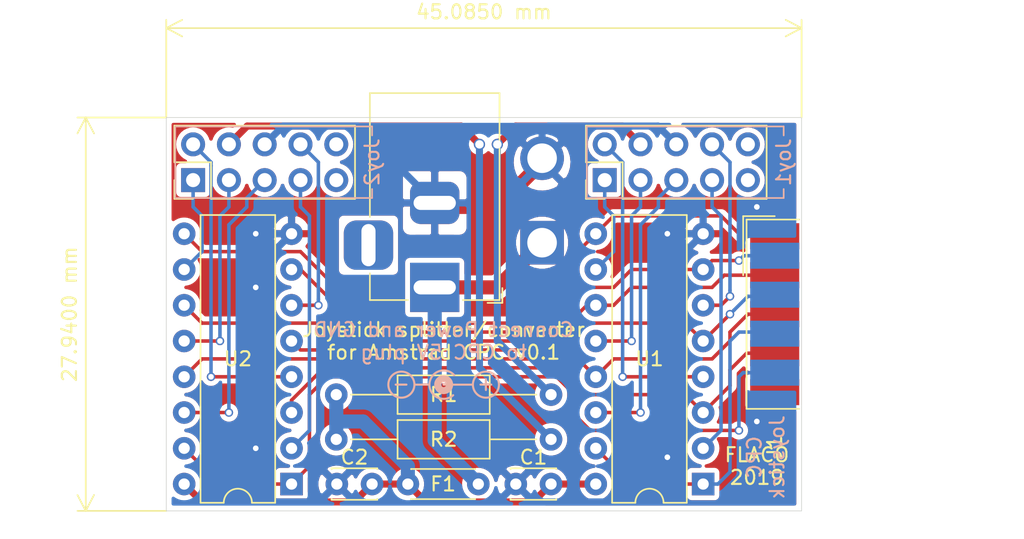
<source format=kicad_pcb>
(kicad_pcb (version 20211014) (generator pcbnew)
  (title_block (title "Joystick splitter-converter for Amstrad CPC") (date "2019-08-15") (rev "0.1") (company "FLACO 2019") (comment 1 "Connect Atari controllers to Amstrad CPC joystick port"))
  (layers (0 "F.Cu" signal) (31 "B.Cu" signal) (34 "B.Paste" user) (35 "F.Paste" user) (36 "B.SilkS" user "B.Silkscreen") (37 "F.SilkS" user "F.Silkscreen") (38 "B.Mask" user) (39 "F.Mask" user) (44 "Edge.Cuts" user))
  (net 0 "")
  (net 1 "F2")
  (net 2 "F1")
  (net 3 "UP")
  (net 4 "DOWN")
  (net 5 "LEFT")
  (net 6 "RIGHT")
  (net 7 "COM1")
  (net 8 "COM2")
  (net 9 "F2_1")
  (net 10 "RIGHT_1")
  (net 11 "GND")
  (net 12 "LEFT_1")
  (net 13 "+5V")
  (net 14 "DOWN_1")
  (net 15 "F1_1")
  (net 16 "UP_1")
  (net 17 "UP_2")
  (net 18 "F1_2")
  (net 19 "DOWN_2")
  (net 20 "LEFT_2")
  (net 21 "RIGHT_2")
  (net 22 "F2_2")
  (net 23 "Net-(F1-Pad2)")
  (net 24 "5V_1")
  (net 25 "5V_2")
  (net 26 "SPARE")
  (footprint "Connector_Dsub:DSUB-9_Female_EdgeMount_P2.77mm" (layer "F.Cu") (at 155.575 95.25 90)
    (fp_text reference "J1" (at -9.463333 0 90) (layer "F.SilkS"))
    (fp_text value "To CPC Joystick Port")
    (fp_line (start 6.723333 1.74) (end 6.723333 -2) (layer "F.SilkS") (width 0.12))
    (fp_line (start -6.723333 -2) (end -6.723333 1.74) (layer "F.SilkS") (width 0.12))
    (fp_line (start 6.723333 -2) (end -6.723333 -2) (layer "F.SilkS") (width 0.12))
    (fp_line (start 6.963333 0) (end 6.963333 -2.24) (layer "F.SilkS") (width 0.12))
    (fp_line (start 6.963333 -2.24) (end 2.77 -2.24) (layer "F.SilkS") (width 0.12))
    (pad "1" smd rect (at 5.54 0 90) (size 1.846667 3.48) (layers "F.Cu" "F.Paste" "F.Mask") (net 3 "UP"))
    (pad "2" smd rect (at 2.77 0 90) (size 1.846667 3.48) (layers "F.Cu" "F.Paste" "F.Mask") (net 4 "DOWN"))
    (pad "3" smd rect (at 0 0 90) (size 1.846667 3.48) (layers "F.Cu" "F.Paste" "F.Mask") (net 5 "LEFT"))
    (pad "4" smd rect (at -2.77 0 90) (size 1.846667 3.48) (layers "F.Cu" "F.Paste" "F.Mask") (net 6 "RIGHT"))
    (pad "5" smd rect (at -5.54 0 90) (size 1.846667 3.48) (layers "F.Cu" "F.Paste" "F.Mask") (net 26 "SPARE"))
    (pad "6" smd rect (at 4.155 0 90) (size 1.846667 3.48) (layers "B.Cu" "B.Paste" "B.Mask") (net 1 "F2"))
    (pad "7" smd rect (at 1.385 0 90) (size 1.846667 3.48) (layers "B.Cu" "B.Paste" "B.Mask") (net 2 "F1"))
    (pad "8" smd rect (at -1.385 0 90) (size 1.846667 3.48) (layers "B.Cu" "B.Paste" "B.Mask") (net 7 "COM1"))
    (pad "9" smd rect (at -4.155 0 90) (size 1.846667 3.48) (layers "B.Cu" "B.Paste" "B.Mask") (net 8 "COM2"))
  )
  (footprint "Connector_BarrelJack:BarrelJack_Horizontal" (layer "F.Cu") (at 131.445 93.345 -90)
    (fp_text reference "J6" hide)
    (fp_text value "From CPC power supply")
    (fp_line (start 0.9 1.9) (end 0.9 4.6) (layer "F.SilkS") (width 0.12))
    (fp_line (start -13.8 4.6) (end -13.8 -4.6) (layer "F.SilkS") (width 0.12))
    (fp_line (start -5 4.6) (end -13.8 4.6) (layer "F.SilkS") (width 0.12))
    (fp_line (start -13.8 -4.6) (end 0.9 -4.6) (layer "F.SilkS") (width 0.12))
    (fp_line (start 0.9 -4.6) (end 0.9 -2) (layer "F.SilkS") (width 0.12))
    (fp_line (start 1.1 -3.75) (end 1.1 -4.8) (layer "F.SilkS") (width 0.12))
    (fp_line (start 0.9 4.6) (end -1 4.6) (layer "F.SilkS") (width 0.12))
    (fp_line (start 0.05 -4.8) (end 1.1 -4.8) (layer "F.SilkS") (width 0.12))
    (pad "1" thru_hole rect (at 0 0 270) (size 3.5 3.5) (drill oval 1 3) (layers *.Cu *.Mask) (net 23 "Net-(F1-Pad2)"))
    (pad "2" thru_hole roundrect (at -6 0 270) (size 3 3.5) (drill oval 1 3) (layers *.Cu *.Mask) (net 11 "GND"))
    (pad "3" thru_hole roundrect (at -3 4.7 270) (size 3.5 3.5) (drill oval 3 1) (layers *.Cu *.Mask))
  )
  (footprint "Capacitor_THT:C_Disc_D3.0mm_W2.0mm_P2.50mm" (layer "F.Cu") (at 127 107.315 180)
    (fp_text reference "C2" (at 1.25 1.905 unlocked) (layer "F.SilkS"))
    (fp_text value "100nf")
    (fp_line (start -0.37 -1.12) (end -0.37 -1.055) (layer "F.SilkS") (width 0.12))
    (fp_line (start -0.37 1.055) (end -0.37 1.12) (layer "F.SilkS") (width 0.12))
    (fp_line (start 2.87 -1.12) (end 2.87 -1.055) (layer "F.SilkS") (width 0.12))
    (fp_line (start 2.87 1.055) (end 2.87 1.12) (layer "F.SilkS") (width 0.12))
    (fp_line (start -0.37 1.12) (end 2.87 1.12) (layer "F.SilkS") (width 0.12))
    (fp_line (start -0.37 -1.12) (end 2.87 -1.12) (layer "F.SilkS") (width 0.12))
    (pad "1" thru_hole circle (at 0 0 180) (size 1.6 1.6) (drill 0.8) (layers *.Cu *.Mask) (net 13 "+5V"))
    (pad "2" thru_hole circle (at 2.5 0 180) (size 1.6 1.6) (drill 0.8) (layers *.Cu *.Mask) (net 11 "GND"))
  )
  (footprint "Resistor_THT:R_Axial_DIN0207_L6.3mm_D2.5mm_P15.24mm_Horizontal" (layer "F.Cu") (at 139.7 100.965 180)
    (fp_text reference "R1" (at 7.62 0 unlocked) (layer "F.SilkS"))
    (fp_text value "4.7")
    (fp_line (start 1.04 0) (end 4.35 0) (layer "F.SilkS") (width 0.12))
    (fp_line (start 10.89 1.37) (end 10.89 -1.37) (layer "F.SilkS") (width 0.12))
    (fp_line (start 4.35 -1.37) (end 4.35 1.37) (layer "F.SilkS") (width 0.12))
    (fp_line (start 10.89 -1.37) (end 4.35 -1.37) (layer "F.SilkS") (width 0.12))
    (fp_line (start 4.35 1.37) (end 10.89 1.37) (layer "F.SilkS") (width 0.12))
    (fp_line (start 14.2 0) (end 10.89 0) (layer "F.SilkS") (width 0.12))
    (pad "1" thru_hole circle (at 0 0 180) (size 1.6 1.6) (drill 0.8) (layers *.Cu *.Mask) (net 24 "5V_1"))
    (pad "2" thru_hole oval (at 15.24 0 180) (size 1.6 1.6) (drill 0.8) (layers *.Cu *.Mask) (net 13 "+5V"))
  )
  (footprint "Resistor_THT:R_Axial_DIN0207_L6.3mm_D2.5mm_P15.24mm_Horizontal" (layer "F.Cu") (at 139.7 104.14 180)
    (fp_text reference "R2" (at 7.62 0 unlocked) (layer "F.SilkS"))
    (fp_text value "4.7")
    (fp_line (start 10.89 1.37) (end 10.89 -1.37) (layer "F.SilkS") (width 0.12))
    (fp_line (start 4.35 1.37) (end 10.89 1.37) (layer "F.SilkS") (width 0.12))
    (fp_line (start 10.89 -1.37) (end 4.35 -1.37) (layer "F.SilkS") (width 0.12))
    (fp_line (start 1.04 0) (end 4.35 0) (layer "F.SilkS") (width 0.12))
    (fp_line (start 14.2 0) (end 10.89 0) (layer "F.SilkS") (width 0.12))
    (fp_line (start 4.35 -1.37) (end 4.35 1.37) (layer "F.SilkS") (width 0.12))
    (pad "1" thru_hole circle (at 0 0 180) (size 1.6 1.6) (drill 0.8) (layers *.Cu *.Mask) (net 25 "5V_2"))
    (pad "2" thru_hole oval (at 15.24 0 180) (size 1.6 1.6) (drill 0.8) (layers *.Cu *.Mask) (net 13 "+5V"))
  )
  (footprint "Package_DIP:DIP-16_W7.62mm" (layer "F.Cu") (at 150.495 107.315 180)
    (fp_text reference "U1" (at 3.81 8.89 unlocked) (layer "F.SilkS"))
    (fp_text value "74LS367")
    (fp_line (start 1.16 -1.33) (end 1.16 19.11) (layer "F.SilkS") (width 0.12))
    (fp_line (start 6.46 -1.33) (end 4.81 -1.33) (layer "F.SilkS") (width 0.12))
    (fp_line (start 6.46 19.11) (end 6.46 -1.33) (layer "F.SilkS") (width 0.12))
    (fp_line (start 2.81 -1.33) (end 1.16 -1.33) (layer "F.SilkS") (width 0.12))
    (fp_line (start 1.16 19.11) (end 6.46 19.11) (layer "F.SilkS") (width 0.12))
    (fp_arc (start 4.81 -1.33) (mid 3.81 -0.33) (end 2.81 -1.33) (layer "F.SilkS") (width 0.12))
    (pad "1" thru_hole rect (at 0 0 180) (size 1.6 1.6) (drill 0.8) (layers *.Cu *.Mask) (net 7 "COM1"))
    (pad "2" thru_hole oval (at 0 2.54 180) (size 1.6 1.6) (drill 0.8) (layers *.Cu *.Mask) (net 10 "RIGHT_1"))
    (pad "3" thru_hole oval (at 0 5.08 180) (size 1.6 1.6) (drill 0.8) (layers *.Cu *.Mask) (net 6 "RIGHT"))
    (pad "4" thru_hole oval (at 0 7.62 180) (size 1.6 1.6) (drill 0.8) (layers *.Cu *.Mask) (net 15 "F1_1"))
    (pad "5" thru_hole oval (at 0 10.16 180) (size 1.6 1.6) (drill 0.8) (layers *.Cu *.Mask) (net 2 "F1"))
    (pad "6" thru_hole oval (at 0 12.7 180) (size 1.6 1.6) (drill 0.8) (layers *.Cu *.Mask) (net 9 "F2_1"))
    (pad "7" thru_hole oval (at 0 15.24 180) (size 1.6 1.6) (drill 0.8) (layers *.Cu *.Mask) (net 1 "F2"))
    (pad "8" thru_hole oval (at 0 17.78 180) (size 1.6 1.6) (drill 0.8) (layers *.Cu *.Mask) (net 11 "GND"))
    (pad "9" thru_hole oval (at 7.62 17.78 180) (size 1.6 1.6) (drill 0.8) (layers *.Cu *.Mask) (net 3 "UP"))
    (pad "10" thru_hole oval (at 7.62 15.24 180) (size 1.6 1.6) (drill 0.8) (layers *.Cu *.Mask) (net 16 "UP_1"))
    (pad "11" thru_hole oval (at 7.62 12.7 180) (size 1.6 1.6) (drill 0.8) (layers *.Cu *.Mask) (net 4 "DOWN"))
    (pad "12" thru_hole oval (at 7.62 10.16 180) (size 1.6 1.6) (drill 0.8) (layers *.Cu *.Mask) (net 14 "DOWN_1"))
    (pad "13" thru_hole oval (at 7.62 7.62 180) (size 1.6 1.6) (drill 0.8) (layers *.Cu *.Mask) (net 5 "LEFT"))
    (pad "14" thru_hole oval (at 7.62 5.08 180) (size 1.6 1.6) (drill 0.8) (layers *.Cu *.Mask) (net 12 "LEFT_1"))
    (pad "15" thru_hole oval (at 7.62 2.54 180) (size 1.6 1.6) (drill 0.8) (layers *.Cu *.Mask) (net 7 "COM1"))
    (pad "16" thru_hole oval (at 7.62 0 180) (size 1.6 1.6) (drill 0.8) (layers *.Cu *.Mask) (net 13 "+5V"))
  )
  (footprint "Package_DIP:DIP-16_W7.62mm" (layer "F.Cu") (at 121.285 107.315 180)
    (fp_text reference "U2" (at 3.81 8.89 unlocked) (layer "F.SilkS"))
    (fp_text value "74LS367")
    (fp_line (start 1.16 -1.33) (end 1.16 19.11) (layer "F.SilkS") (width 0.12))
    (fp_line (start 6.46 -1.33) (end 4.81 -1.33) (layer "F.SilkS") (width 0.12))
    (fp_line (start 6.46 19.11) (end 6.46 -1.33) (layer "F.SilkS") (width 0.12))
    (fp_line (start 1.16 19.11) (end 6.46 19.11) (layer "F.SilkS") (width 0.12))
    (fp_line (start 2.81 -1.33) (end 1.16 -1.33) (layer "F.SilkS") (width 0.12))
    (fp_arc (start 4.81 -1.33) (mid 3.81 -0.33) (end 2.81 -1.33) (layer "F.SilkS") (width 0.12))
    (pad "1" thru_hole rect (at 0 0 180) (size 1.6 1.6) (drill 0.8) (layers *.Cu *.Mask) (net 8 "COM2"))
    (pad "2" thru_hole oval (at 0 2.54 180) (size 1.6 1.6) (drill 0.8) (layers *.Cu *.Mask) (net 21 "RIGHT_2"))
    (pad "3" thru_hole oval (at 0 5.08 180) (size 1.6 1.6) (drill 0.8) (layers *.Cu *.Mask) (net 6 "RIGHT"))
    (pad "4" thru_hole oval (at 0 7.62 180) (size 1.6 1.6) (drill 0.8) (layers *.Cu *.Mask) (net 18 "F1_2"))
    (pad "5" thru_hole oval (at 0 10.16 180) (size 1.6 1.6) (drill 0.8) (layers *.Cu *.Mask) (net 2 "F1"))
    (pad "6" thru_hole oval (at 0 12.7 180) (size 1.6 1.6) (drill 0.8) (layers *.Cu *.Mask) (net 22 "F2_2"))
    (pad "7" thru_hole oval (at 0 15.24 180) (size 1.6 1.6) (drill 0.8) (layers *.Cu *.Mask) (net 1 "F2"))
    (pad "8" thru_hole oval (at 0 17.78 180) (size 1.6 1.6) (drill 0.8) (layers *.Cu *.Mask) (net 11 "GND"))
    (pad "9" thru_hole oval (at 7.62 17.78 180) (size 1.6 1.6) (drill 0.8) (layers *.Cu *.Mask) (net 3 "UP"))
    (pad "10" thru_hole oval (at 7.62 15.24 180) (size 1.6 1.6) (drill 0.8) (layers *.Cu *.Mask) (net 17 "UP_2"))
    (pad "11" thru_hole oval (at 7.62 12.7 180) (size 1.6 1.6) (drill 0.8) (layers *.Cu *.Mask) (net 4 "DOWN"))
    (pad "12" thru_hole oval (at 7.62 10.16 180) (size 1.6 1.6) (drill 0.8) (layers *.Cu *.Mask) (net 19 "DOWN_2"))
    (pad "13" thru_hole oval (at 7.62 7.62 180) (size 1.6 1.6) (drill 0.8) (layers *.Cu *.Mask) (net 5 "LEFT"))
    (pad "14" thru_hole oval (at 7.62 5.08 180) (size 1.6 1.6) (drill 0.8) (layers *.Cu *.Mask) (net 20 "LEFT_2"))
    (pad "15" thru_hole oval (at 7.62 2.54 180) (size 1.6 1.6) (drill 0.8) (layers *.Cu *.Mask) (net 8 "COM2"))
    (pad "16" thru_hole oval (at 7.62 0 180) (size 1.6 1.6) (drill 0.8) (layers *.Cu *.Mask) (net 13 "+5V"))
  )
  (footprint "Capacitor_THT:C_Disc_D3.0mm_W2.0mm_P2.50mm" (layer "F.Cu") (at 139.7 107.315 180)
    (fp_text reference "C1" (at 1.25 1.905 unlocked) (layer "F.SilkS"))
    (fp_text value "100nf")
    (fp_line (start 2.87 1.055) (end 2.87 1.12) (layer "F.SilkS") (width 0.12))
    (fp_line (start -0.37 -1.12) (end 2.87 -1.12) (layer "F.SilkS") (width 0.12))
    (fp_line (start -0.37 1.12) (end 2.87 1.12) (layer "F.SilkS") (width 0.12))
    (fp_line (start 2.87 -1.12) (end 2.87 -1.055) (layer "F.SilkS") (width 0.12))
    (fp_line (start -0.37 1.055) (end -0.37 1.12) (layer "F.SilkS") (width 0.12))
    (fp_line (start -0.37 -1.12) (end -0.37 -1.055) (layer "F.SilkS") (width 0.12))
    (pad "1" thru_hole circle (at 0 0 180) (size 1.6 1.6) (drill 0.8) (layers *.Cu *.Mask) (net 13 "+5V"))
    (pad "2" thru_hole circle (at 2.5 0 180) (size 1.6 1.6) (drill 0.8) (layers *.Cu *.Mask) (net 11 "GND"))
  )
  (footprint "Capacitor_THT:C_Disc_D4.3mm_W1.9mm_P5.00mm" (layer "F.Cu") (at 129.54 107.315)
    (fp_text reference "F1" (at 2.5 0 unlocked) (layer "F.SilkS"))
    (fp_text value "300mA")
    (fp_line (start 4.77 1.055) (end 4.77 1.07) (layer "F.SilkS") (width 0.12))
    (fp_line (start 0.23 1.055) (end 0.23 1.07) (layer "F.SilkS") (width 0.12))
    (fp_line (start 0.23 -1.07) (end 0.23 -1.055) (layer "F.SilkS") (width 0.12))
    (fp_line (start 0.23 1.07) (end 4.77 1.07) (layer "F.SilkS") (width 0.12))
    (fp_line (start 4.77 -1.07) (end 4.77 -1.055) (layer "F.SilkS") (width 0.12))
    (fp_line (start 0.23 -1.07) (end 4.77 -1.07) (layer "F.SilkS") (width 0.12))
    (pad "1" thru_hole circle (at 0 0) (size 1.6 1.6) (drill 0.8) (layers *.Cu *.Mask) (net 13 "+5V"))
    (pad "2" thru_hole circle (at 5 0) (size 1.6 1.6) (drill 0.8) (layers *.Cu *.Mask) (net 23 "Net-(F1-Pad2)"))
  )
  (footprint "Connector_Wire:SolderWire-1.5sqmm_1x02_P6mm_D1.7mm_OD3mm" (layer "F.Cu") (at 139.065 90.17 90)
    (fp_text reference "J7" hide)
    (fp_text value "To CPC Power Input")
    (pad "1" thru_hole roundrect (at 0 0 90) (size 3.1 3.1) (drill 2.1) (layers *.Cu *.Mask) (roundrect_rratio 0.080645) (net 23 "Net-(F1-Pad2)"))
    (pad "2" thru_hole circle (at 6 0 90) (size 3.1 3.1) (drill 2.1) (layers *.Cu *.Mask) (net 11 "GND"))
  )
  (footprint "Connector_PinHeader_2.54mm:PinHeader_2x05_P2.54mm_Vertical" (layer "F.Cu") (at 143.51 85.725 90)
    (fp_text reference "J2" hide)
    (fp_text value "From Stick 1")
    (fp_line (start -1.33 -1.33) (end 0 -1.33) (layer "F.SilkS") (width 0.12))
    (fp_line (start -1.33 1.27) (end 1.27 1.27) (layer "F.SilkS") (width 0.12))
    (fp_line (start 3.87 -1.33) (end 3.87 11.49) (layer "F.SilkS") (width 0.12))
    (fp_line (start 1.27 -1.33) (end 3.87 -1.33) (layer "F.SilkS") (width 0.12))
    (fp_line (start -1.33 0) (end -1.33 -1.33) (layer "F.SilkS") (width 0.12))
    (fp_line (start -1.33 11.49) (end 3.87 11.49) (layer "F.SilkS") (width 0.12))
    (fp_line (start -1.33 1.27) (end -1.33 11.49) (layer "F.SilkS") (width 0.12))
    (fp_line (start 1.27 1.27) (end 1.27 -1.33) (layer "F.SilkS") (width 0.12))
    (pad "1" thru_hole rect (at 0 0 90) (size 1.7 1.7) (drill 1) (layers *.Cu *.Mask) (net 16 "UP_1"))
    (pad "2" thru_hole oval (at 2.54 0 90) (size 1.7 1.7) (drill 1) (layers *.Cu *.Mask) (net 15 "F1_1"))
    (pad "3" thru_hole oval (at 0 2.54 90) (size 1.7 1.7) (drill 1) (layers *.Cu *.Mask) (net 14 "DOWN_1"))
    (pad "4" thru_hole oval (at 2.54 2.54 90) (size 1.7 1.7) (drill 1) (layers *.Cu *.Mask) (net 24 "5V_1"))
    (pad "5" thru_hole oval (at 0 5.08 90) (size 1.7 1.7) (drill 1) (layers *.Cu *.Mask) (net 12 "LEFT_1"))
    (pad "6" thru_hole oval (at 2.54 5.08 90) (size 1.7 1.7) (drill 1) (layers *.Cu *.Mask) (net 11 "GND"))
    (pad "7" thru_hole oval (at 0 7.62 90) (size 1.7 1.7) (drill 1) (layers *.Cu *.Mask) (net 10 "RIGHT_1"))
    (pad "8" thru_hole oval (at 2.54 7.62 90) (size 1.7 1.7) (drill 1) (layers *.Cu *.Mask) (net 9 "F2_1"))
    (pad "9" thru_hole oval (at 0 10.16 90) (size 1.7 1.7) (drill 1) (layers *.Cu *.Mask))
    (pad "10" thru_hole oval (at 2.54 10.16 90) (size 1.7 1.7) (drill 1) (layers *.Cu *.Mask))
  )
  (footprint "Connector_PinHeader_2.54mm:PinHeader_2x05_P2.54mm_Vertical" (layer "F.Cu") (at 114.3 85.725 90)
    (fp_text reference "J3" hide)
    (fp_text value "From Stick 2")
    (fp_line (start 1.27 -1.33) (end 3.87 -1.33) (layer "F.SilkS") (width 0.12))
    (fp_line (start -1.33 11.49) (end 3.87 11.49) (layer "F.SilkS") (width 0.12))
    (fp_line (start 1.27 1.27) (end 1.27 -1.33) (layer "F.SilkS") (width 0.12))
    (fp_line (start -1.33 1.27) (end -1.33 11.49) (layer "F.SilkS") (width 0.12))
    (fp_line (start -1.33 0) (end -1.33 -1.33) (layer "F.SilkS") (width 0.12))
    (fp_line (start 3.87 -1.33) (end 3.87 11.49) (layer "F.SilkS") (width 0.12))
    (fp_line (start -1.33 1.27) (end 1.27 1.27) (layer "F.SilkS") (width 0.12))
    (fp_line (start -1.33 -1.33) (end 0 -1.33) (layer "F.SilkS") (width 0.12))
    (pad "1" thru_hole rect (at 0 0 90) (size 1.7 1.7) (drill 1) (layers *.Cu *.Mask) (net 17 "UP_2"))
    (pad "2" thru_hole oval (at 2.54 0 90) (size 1.7 1.7) (drill 1) (layers *.Cu *.Mask) (net 18 "F1_2"))
    (pad "3" thru_hole oval (at 0 2.54 90) (size 1.7 1.7) (drill 1) (layers *.Cu *.Mask) (net 19 "DOWN_2"))
    (pad "4" thru_hole oval (at 2.54 2.54 90) (size 1.7 1.7) (drill 1) (layers *.Cu *.Mask) (net 25 "5V_2"))
    (pad "5" thru_hole oval (at 0 5.08 90) (size 1.7 1.7) (drill 1) (layers *.Cu *.Mask) (net 20 "LEFT_2"))
    (pad "6" thru_hole oval (at 2.54 5.08 90) (size 1.7 1.7) (drill 1) (layers *.Cu *.Mask) (net 11 "GND"))
    (pad "7" thru_hole oval (at 0 7.62 90) (size 1.7 1.7) (drill 1) (layers *.Cu *.Mask) (net 21 "RIGHT_2"))
    (pad "8" thru_hole oval (at 2.54 7.62 90) (size 1.7 1.7) (drill 1) (layers *.Cu *.Mask) (net 22 "F2_2"))
    (pad "9" thru_hole oval (at 0 10.16 90) (size 1.7 1.7) (drill 1) (layers *.Cu *.Mask))
    (pad "10" thru_hole oval (at 2.54 10.16 90) (size 1.7 1.7) (drill 1) (layers *.Cu *.Mask))
  )
  (footprint "Symbol:Symbol_Barrel_Polarity" (layer "B.Cu") (at 132.08 100.33)
    (fp_text reference "REF**" hide)
    (fp_text value "Symbol_Barrel_Polarity")
    (fp_line (start 0 -0.075) (end 2 -0.075) (layer "B.SilkS") (width 0.15))
    (fp_line (start -2 -0.075) (end -1.1 -0.075) (layer "B.SilkS") (width 0.15))
    (fp_arc (start 0.675 0.675) (mid -1.007627 -0.128033) (end 0.75 -0.75) (layer "B.SilkS") (width 0.15))
    (fp_circle (center 0 -0.075) (end 0 -0.25) (layer "B.SilkS") (width 0.5) (fill none))
    (fp_circle (center 3 -0.075) (end 3 -1) (layer "B.SilkS") (width 0.15) (fill none))
    (fp_circle (center -3 -0.075) (end -3 -1) (layer "B.SilkS") (width 0.15) (fill none))
  )
  (gr_line (start 156.21 81.915) (end 156.21 82.55) (layer "B.SilkS") (width 0.12))
  (gr_line (start 156.21 86.995) (end 156.21 86.36) (layer "B.SilkS") (width 0.12))
  (gr_line (start 142.24 81.915) (end 142.24 86.995) (layer "B.SilkS") (width 0.12))
  (gr_line (start 127 82.55) (end 127 81.915) (layer "B.SilkS") (width 0.12))
  (gr_line (start 113.03 81.915) (end 113.03 86.995) (layer "B.SilkS") (width 0.12))
  (gr_line (start 127 81.915) (end 113.03 81.915) (layer "B.SilkS") (width 0.12))
  (gr_line (start 113.03 86.995) (end 127 86.995) (layer "B.SilkS") (width 0.12))
  (gr_line (start 127 86.995) (end 127 86.36) (layer "B.SilkS") (width 0.12))
  (gr_line (start 156.21 81.915) (end 142.24 81.915) (layer "B.SilkS") (width 0.12))
  (gr_line (start 142.24 86.995) (end 156.21 86.995) (layer "B.SilkS") (width 0.12))
  (gr_line (start 157.48 109.22) (end 157.48 81.28) (layer "Edge.Cuts") (width 0.05))
  (gr_line (start 112.395 81.28) (end 112.395 109.22) (layer "Edge.Cuts") (width 0.05))
  (gr_line (start 157.48 81.28) (end 112.395 81.28) (layer "Edge.Cuts") (width 0.05))
  (gr_line (start 112.395 109.22) (end 157.48 109.22) (layer "Edge.Cuts") (width 0.05))
  (gr_text "Joy2" (at 127 84.455 90) (layer "B.SilkS") (effects (font (size 1 1)) (justify mirror)))
  (gr_text "Connect Power and GND\nto CPC 5V plug" (at 132.08 97.155) (layer "B.SilkS") (effects (font (size 1 1)) (justify mirror)))
  (gr_text "+" (at 135.0772 100.1776) (layer "B.SilkS") (effects (font (size 1 1)) (justify mirror)))
  (gr_text "-" (at 129.0574 100.1776) (layer "B.SilkS") (effects (font (size 1 1)) (justify mirror)))
  (gr_text "CPC\nJoystick" (at 154.94 105.41 90) (layer "B.SilkS") (effects (font (size 1 1)) (justify mirror)))
  (gr_text "Joy1" (at 156.21 84.455 90) (layer "B.SilkS") (effects (font (size 1 1)) (justify mirror)))
  (gr_text "Joystick splitter/converter\nfor Amstrad CPC v0.1" (at 132.08 97.155) (layer "F.SilkS") (effects (font (size 1 1))))
  (gr_text "FLACO\n2019" (at 154.305 106.045) (layer "F.SilkS") (effects (font (size 1 1))))
  (dimension (type aligned) (layer "F.SilkS") (pts (xy 157.48 81.28) (xy 112.395 81.28)) (height 6.35) (gr_text "45.0850 mm" (at 134.9375 73.78) (layer "F.SilkS") (effects (font (size 1 1) (thickness 0.15)))) (format (units 2) (units_format 1) (precision 4)) (style (thickness 0.12) (arrow_length 1.27) (text_position_mode 0) (extension_height 0.58642) (extension_offset 0) keep_text_aligned))
  (dimension (type aligned) (layer "F.SilkS") (pts (xy 112.395 109.22) (xy 112.395 81.28)) (height -5.715) (gr_text "27.9400 mm" (at 105.53 95.25 90) (layer "F.SilkS") (effects (font (size 1 1) (thickness 0.15)))) (format (units 2) (units_format 1) (precision 4)) (style (thickness 0.12) (arrow_length 1.27) (text_position_mode 0) (extension_height 0.58642) (extension_offset 0) keep_text_aligned))
  (segment (start 139.065 96.52) (end 126.365 96.52) (width 0.25) (layer "F.Cu") (net 1))
  (segment (start 145.415 92.075) (end 144.145 93.345) (width 0.25) (layer "F.Cu") (net 1))
  (segment (start 144.145 93.345) (end 142.24 93.345) (width 0.25) (layer "F.Cu") (net 1))
  (segment (start 151.13 91.44) (end 153.035 91.44) (width 0.25) (layer "F.Cu") (net 1))
  (segment (start 142.24 93.345) (end 139.065 96.52) (width 0.25) (layer "F.Cu") (net 1))
  (segment (start 150.495 92.075) (end 145.415 92.075) (width 0.25) (layer "F.Cu") (net 1))
  (segment (start 150.495 92.075) (end 151.13 91.44) (width 0.25) (layer "F.Cu") (net 1))
  (segment (start 126.365 96.52) (end 121.92 92.075) (width 0.25) (layer "F.Cu") (net 1))
  (segment (start 121.92 92.075) (end 121.285 92.075) (width 0.25) (layer "F.Cu") (net 1))
  (via (at 153.035 91.44) (size 0.6) (drill 0.4) (layers "F.Cu" "B.Cu") (net 1))
  (segment (start 153.334999 91.140001) (end 153.035 91.44) (width 0.25) (layer "B.Cu") (net 1))
  (segment (start 153.38 91.095) (end 153.334999 91.140001) (width 0.25) (layer "B.Cu") (net 1))
  (segment (start 155.575 91.095) (end 153.38 91.095) (width 0.25) (layer "B.Cu") (net 1))
  (segment (start 150.495 97.155) (end 149.225 95.885) (width 0.25) (layer "F.Cu") (net 2))
  (segment (start 140.335 97.79) (end 121.92 97.79) (width 0.25) (layer "F.Cu") (net 2))
  (segment (start 149.225 95.885) (end 142.24 95.885) (width 0.25) (layer "F.Cu") (net 2))
  (segment (start 150.495 97.155) (end 152.4 95.25) (width 0.25) (layer "F.Cu") (net 2))
  (segment (start 142.24 95.885) (end 140.335 97.79) (width 0.25) (layer "F.Cu") (net 2))
  (segment (start 121.92 97.79) (end 121.285 97.155) (width 0.25) (layer "F.Cu") (net 2))
  (via (at 152.4 95.25) (size 0.6) (drill 0.4) (layers "F.Cu" "B.Cu") (net 2))
  (segment (start 152.699999 94.950001) (end 152.4 95.25) (width 0.25) (layer "B.Cu") (net 2))
  (segment (start 153.67 93.98) (end 152.699999 94.950001) (width 0.25) (layer "B.Cu") (net 2))
  (segment (start 155.575 93.98) (end 153.67 93.98) (width 0.25) (layer "B.Cu") (net 2))
  (segment (start 138.43 95.885) (end 127 95.885) (width 0.25) (layer "F.Cu") (net 3))
  (segment (start 142.875 89.535) (end 141.605 90.805) (width 0.25) (layer "F.Cu") (net 3))
  (segment (start 121.92 90.805) (end 114.935 90.805) (width 0.25) (layer "F.Cu") (net 3))
  (segment (start 144.145 88.265) (end 143.674999 88.735001) (width 0.25) (layer "F.Cu") (net 3))
  (segment (start 127 95.885) (end 121.92 90.805) (width 0.25) (layer "F.Cu") (net 3))
  (segment (start 141.605 92.71) (end 138.43 95.885) (width 0.25) (layer "F.Cu") (net 3))
  (segment (start 153.21 89.71) (end 151.765 88.265) (width 0.25) (layer "F.Cu") (net 3))
  (segment (start 151.765 88.265) (end 144.145 88.265) (width 0.25) (layer "F.Cu") (net 3))
  (segment (start 141.605 90.805) (end 141.605 92.71) (width 0.25) (layer "F.Cu") (net 3))
  (segment (start 143.674999 88.735001) (end 142.875 89.535) (width 0.25) (layer "F.Cu") (net 3))
  (segment (start 155.575 89.71) (end 153.21 89.71) (width 0.25) (layer "F.Cu") (net 3))
  (segment (start 114.935 90.805) (end 113.665 89.535) (width 0.25) (layer "F.Cu") (net 3))
  (segment (start 114.935 95.885) (end 113.665 94.615) (width 0.25) (layer "F.Cu") (net 4))
  (segment (start 155.575 92.48) (end 151.995 92.48) (width 0.25) (layer "F.Cu") (net 4))
  (segment (start 123.825 95.885) (end 114.935 95.885) (width 0.25) (layer "F.Cu") (net 4))
  (segment (start 142.24 94.615) (end 139.7 97.155) (width 0.25) (layer "F.Cu") (net 4))
  (segment (start 139.7 97.155) (end 125.095 97.155) (width 0.25) (layer "F.Cu") (net 4))
  (segment (start 144.145 94.615) (end 142.875 94.615) (width 0.25) (layer "F.Cu") (net 4))
  (segment (start 125.095 97.155) (end 123.825 95.885) (width 0.25) (layer "F.Cu") (net 4))
  (segment (start 151.13 93.345) (end 145.415 93.345) (width 0.25) (layer "F.Cu") (net 4))
  (segment (start 151.995 92.48) (end 151.13 93.345) (width 0.25) (layer "F.Cu") (net 4))
  (segment (start 142.875 94.615) (end 142.24 94.615) (width 0.25) (layer "F.Cu") (net 4))
  (segment (start 145.415 93.345) (end 144.145 94.615) (width 0.25) (layer "F.Cu") (net 4))
  (segment (start 155.575 95.25) (end 153.67 95.25) (width 0.25) (layer "F.Cu") (net 5))
  (segment (start 114.935 98.425) (end 113.665 99.695) (width 0.25) (layer "F.Cu") (net 5))
  (segment (start 142.875 99.695) (end 141.605 98.425) (width 0.25) (layer "F.Cu") (net 5))
  (segment (start 152.4 97.155) (end 151.13 98.425) (width 0.25) (layer "F.Cu") (net 5))
  (segment (start 144.145 98.425) (end 142.875 99.695) (width 0.25) (layer "F.Cu") (net 5))
  (segment (start 153.67 95.25) (end 152.4 96.52) (width 0.25) (layer "F.Cu") (net 5))
  (segment (start 151.13 98.425) (end 144.145 98.425) (width 0.25) (layer "F.Cu") (net 5))
  (segment (start 141.605 98.425) (end 114.935 98.425) (width 0.25) (layer "F.Cu") (net 5))
  (segment (start 152.4 96.52) (end 152.4 97.155) (width 0.25) (layer "F.Cu") (net 5))
  (segment (start 121.285 101.360002) (end 121.285 102.235) (width 0.25) (layer "F.Cu") (net 6))
  (segment (start 142.120001 100.965) (end 140.215001 99.06) (width 0.25) (layer "F.Cu") (net 6))
  (segment (start 150.495 102.235) (end 149.225 100.965) (width 0.25) (layer "F.Cu") (net 6))
  (segment (start 152.4 100.33) (end 150.495 102.235) (width 0.25) (layer "F.Cu") (net 6))
  (segment (start 153.585 98.02) (end 152.4 99.205) (width 0.25) (layer "F.Cu") (net 6))
  (segment (start 123.585002 99.06) (end 121.285 101.360002) (width 0.25) (layer "F.Cu") (net 6))
  (segment (start 140.215001 99.06) (end 123.585002 99.06) (width 0.25) (layer "F.Cu") (net 6))
  (segment (start 152.4 99.205) (end 152.4 100.33) (width 0.25) (layer "F.Cu") (net 6))
  (segment (start 149.225 100.965) (end 142.120001 100.965) (width 0.25) (layer "F.Cu") (net 6))
  (segment (start 155.575 98.02) (end 153.585 98.02) (width 0.25) (layer "F.Cu") (net 6))
  (segment (start 145.415 107.315) (end 150.495 107.315) (width 0.25) (layer "F.Cu") (net 7))
  (segment (start 142.875 104.775) (end 145.415 107.315) (width 0.25) (layer "F.Cu") (net 7))
  (segment (start 155.575 96.52) (end 153.035 96.52) (width 0.25) (layer "B.Cu") (net 7))
  (segment (start 151.545 107.315) (end 150.495 107.315) (width 0.25) (layer "B.Cu") (net 7))
  (segment (start 152.4 97.155) (end 152.4 106.46) (width 0.25) (layer "B.Cu") (net 7))
  (segment (start 153.035 96.52) (end 152.4 97.155) (width 0.25) (layer "B.Cu") (net 7))
  (segment (start 155.575 96.635) (end 155.575 96.52) (width 0.25) (layer "B.Cu") (net 7))
  (segment (start 152.4 106.46) (end 151.545 107.315) (width 0.25) (layer "B.Cu") (net 7))
  (segment (start 153.035 103.505) (end 142.479998 103.505) (width 0.25) (layer "F.Cu") (net 8))
  (segment (start 113.665 104.775) (end 116.205 107.315) (width 0.25) (layer "F.Cu") (net 8))
  (segment (start 122.555 106.045) (end 121.285 107.315) (width 0.25) (layer "F.Cu") (net 8))
  (segment (start 140.095002 99.695) (end 123.825 99.695) (width 0.25) (layer "F.Cu") (net 8))
  (segment (start 123.825 99.695) (end 122.555 100.965) (width 0.25) (layer "F.Cu") (net 8))
  (segment (start 140.97 100.569998) (end 140.095002 99.695) (width 0.25) (layer "F.Cu") (net 8))
  (segment (start 142.479998 103.505) (end 140.97 101.995002) (width 0.25) (layer "F.Cu") (net 8))
  (segment (start 122.555 100.965) (end 122.555 106.045) (width 0.25) (layer "F.Cu") (net 8))
  (segment (start 116.205 107.315) (end 121.285 107.315) (width 0.25) (layer "F.Cu") (net 8))
  (segment (start 140.97 101.995002) (end 140.97 100.569998) (width 0.25) (layer "F.Cu") (net 8))
  (via (at 153.035 103.505) (size 0.6) (drill 0.4) (layers "F.Cu" "B.Cu") (net 8))
  (segment (start 155.575 99.405) (end 153.325 99.405) (width 0.25) (layer "B.Cu") (net 8))
  (segment (start 153.035 99.695) (end 153.035 103.505) (width 0.25) (layer "B.Cu") (net 8))
  (segment (start 153.325 99.405) (end 153.035 99.695) (width 0.25) (layer "B.Cu") (net 8))
  (segment (start 152.100001 94.279999) (end 152.4 93.98) (width 0.25) (layer "F.Cu") (net 9))
  (segment (start 151.765 94.615) (end 152.100001 94.279999) (width 0.25) (layer "F.Cu") (net 9))
  (segment (start 150.495 94.615) (end 151.765 94.615) (width 0.25) (layer "F.Cu") (net 9))
  (via (at 152.4 93.98) (size 0.6) (drill 0.4) (layers "F.Cu" "B.Cu") (net 9))
  (segment (start 152.4 84.455) (end 152.4 93.555736) (width 0.25) (layer "B.Cu") (net 9))
  (segment (start 151.13 83.185) (end 152.4 84.455) (width 0.25) (layer "B.Cu") (net 9))
  (segment (start 152.4 93.555736) (end 152.4 93.98) (width 0.25) (layer "B.Cu") (net 9))
  (segment (start 151.294999 103.975001) (end 150.495 104.775) (width 0.25) (layer "B.Cu") (net 10))
  (segment (start 151.765 88.265) (end 151.765 103.505) (width 0.25) (layer "B.Cu") (net 10))
  (segment (start 151.13 87.63) (end 151.765 88.265) (width 0.25) (layer "B.Cu") (net 10))
  (segment (start 151.765 103.505) (end 151.294999 103.975001) (width 0.25) (layer "B.Cu") (net 10))
  (segment (start 151.13 85.725) (end 151.13 87.63) (width 0.25) (layer "B.Cu") (net 10))
  (segment (start 131.73 87.63) (end 131.445 87.345) (width 1) (layer "F.Cu") (net 11))
  (segment (start 139.065 84.455) (end 135.89 87.63) (width 1) (layer "F.Cu") (net 11))
  (segment (start 135.89 87.63) (end 131.73 87.63) (width 1) (layer "F.Cu") (net 11))
  (via (at 118.745 93.345) (size 0.6) (drill 0.4) (layers "F.Cu" "B.Cu") (net 11))
  (via (at 154.305 102.87) (size 0.6) (drill 0.4) (layers "F.Cu" "B.Cu") (net 11))
  (via (at 118.745 104.775) (size 0.6) (drill 0.4) (layers "F.Cu" "B.Cu") (net 11))
  (via (at 118.745 89.535) (size 0.6) (drill 0.4) (layers "F.Cu" "B.Cu") (net 11))
  (via (at 154.305 87.63) (size 0.6) (drill 0.4) (layers "F.Cu" "B.Cu") (net 11))
  (via (at 147.955 89.535) (size 0.6) (drill 0.4) (layers "F.Cu" "B.Cu") (net 11))
  (via (at 147.955 105.41) (size 0.6) (drill 0.4) (layers "F.Cu" "B.Cu") (net 11))
  (segment (start 147.955 105.41) (end 144.78 108.585) (width 0.5) (layer "B.Cu") (net 11))
  (segment (start 118.745 93.345) (end 118.745 104.775) (width 0.5) (layer "B.Cu") (net 11))
  (segment (start 118.745 104.775) (end 118.745 107.95) (width 0.5) (layer "B.Cu") (net 11))
  (segment (start 123.23 108.585) (end 123.700001 108.114999) (width 0.5) (layer "B.Cu") (net 11))
  (segment (start 150.495 89.535) (end 147.955 92.075) (width 0.5) (layer "B.Cu") (net 11))
  (segment (start 121.285 89.535) (end 118.745 92.075) (width 0.5) (layer "B.Cu") (net 11))
  (segment (start 137.999999 108.114999) (end 137.2 107.315) (width 0.5) (layer "B.Cu") (net 11))
  (segment (start 148.59 83.185) (end 147.289999 81.884999) (width 0.5) (layer "B.Cu") (net 11))
  (segment (start 138.47 108.585) (end 137.999999 108.114999) (width 0.5) (layer "B.Cu") (net 11))
  (segment (start 140.304999 81.884999) (end 139.730001 81.884999) (width 0.5) (layer "B.Cu") (net 11))
  (segment (start 139.065 82.333864) (end 139.513865 81.884999) (width 0.5) (layer "B.Cu") (net 11))
  (segment (start 139.513865 81.884999) (end 140.304999 81.884999) (width 0.5) (layer "B.Cu") (net 11))
  (segment (start 139.065 84.455) (end 139.065 82.333864) (width 0.5) (layer "B.Cu") (net 11))
  (segment (start 119.38 108.585) (end 123.23 108.585) (width 0.5) (layer "B.Cu") (net 11))
  (segment (start 147.955 92.075) (end 147.955 105.41) (width 0.5) (layer "B.Cu") (net 11))
  (segment (start 144.78 108.585) (end 138.47 108.585) (width 0.5) (layer "B.Cu") (net 11))
  (segment (start 147.955 105.41) (end 147.955 105.41) (width 0.5) (layer "B.Cu") (net 11))
  (segment (start 147.289999 81.884999) (end 140.304999 81.884999) (width 0.5) (layer "B.Cu") (net 11))
  (segment (start 119.38 83.185) (end 120.680001 81.884999) (width 0.5) (layer "B.Cu") (net 11))
  (segment (start 118.745 92.075) (end 118.745 93.345) (width 0.5) (layer "B.Cu") (net 11))
  (segment (start 123.700001 108.114999) (end 124.5 107.315) (width 0.5) (layer "B.Cu") (net 11))
  (segment (start 120.680001 81.884999) (end 125.984999 81.884999) (width 0.5) (layer "B.Cu") (net 11))
  (segment (start 125.984999 81.884999) (end 131.445 87.345) (width 0.5) (layer "B.Cu") (net 11))
  (segment (start 118.745 107.95) (end 119.38 108.585) (width 0.5) (layer "B.Cu") (net 11))
  (segment (start 142.875 102.235) (end 146.05 102.235) (width 0.25) (layer "F.Cu") (net 12))
  (via (at 146.05 102.235) (size 0.6) (drill 0.4) (layers "F.Cu" "B.Cu") (net 12))
  (segment (start 147.32 87.63) (end 146.05 88.9) (width 0.25) (layer "B.Cu") (net 12))
  (segment (start 147.32 86.995) (end 148.59 85.725) (width 0.25) (layer "B.Cu") (net 12))
  (segment (start 146.05 88.9) (end 146.05 102.235) (width 0.25) (layer "B.Cu") (net 12))
  (segment (start 147.32 87.63) (end 147.32 86.995) (width 0.25) (layer "B.Cu") (net 12))
  (segment (start 130.81 108.585) (end 138.43 108.585) (width 0.5) (layer "F.Cu") (net 13))
  (segment (start 127 107.315) (end 129.54 107.315) (width 0.5) (layer "F.Cu") (net 13))
  (segment (start 130.339999 108.114999) (end 130.81 108.585) (width 0.5) (layer "F.Cu") (net 13))
  (segment (start 139.7 107.315) (end 142.875 107.315) (width 0.5) (layer "F.Cu") (net 13))
  (segment (start 129.54 107.315) (end 130.339999 108.114999) (width 0.5) (layer "F.Cu") (net 13))
  (segment (start 138.900001 108.114999) (end 138.43 108.585) (width 0.5) (layer "F.Cu") (net 13))
  (segment (start 113.665 107.315) (end 114.935 108.585) (width 0.5) (layer "F.Cu") (net 13))
  (segment (start 114.935 108.585) (end 125.73 108.585) (width 0.5) (layer "F.Cu") (net 13))
  (segment (start 139.7 107.315) (end 138.900001 108.114999) (width 0.5) (layer "F.Cu") (net 13))
  (segment (start 125.73 108.585) (end 126.200001 108.114999) (width 0.5) (layer "F.Cu") (net 13))
  (segment (start 126.200001 108.114999) (end 127 107.315) (width 0.5) (layer "F.Cu") (net 13))
  (segment (start 129.54 106.045) (end 126.365 102.87) (width 1) (layer "B.Cu") (net 13))
  (segment (start 124.46 102.87) (end 124.46 100.965) (width 1) (layer "B.Cu") (net 13))
  (segment (start 129.54 107.315) (end 129.54 106.045) (width 1) (layer "B.Cu") (net 13))
  (segment (start 124.46 104.35) (end 124.46 102.87) (width 1) (layer "B.Cu") (net 13))
  (segment (start 126.365 102.87) (end 124.46 102.87) (width 1) (layer "B.Cu") (net 13))
  (segment (start 142.875 97.155) (end 145.415 97.155) (width 0.25) (layer "F.Cu") (net 14))
  (via (at 145.415 97.155) (size 0.6) (drill 0.4) (layers "F.Cu" "B.Cu") (net 14))
  (segment (start 145.415 88.265) (end 145.415 97.155) (width 0.25) (layer "B.Cu") (net 14))
  (segment (start 146.05 87.63) (end 145.415 88.265) (width 0.25) (layer "B.Cu") (net 14))
  (segment (start 146.05 85.725) (end 146.05 87.63) (width 0.25) (layer "B.Cu") (net 14))
  (segment (start 144.78 99.695) (end 150.495 99.695) (width 0.25) (layer "F.Cu") (net 15))
  (via (at 144.78 99.695) (size 0.6) (drill 0.4) (layers "F.Cu" "B.Cu") (net 15))
  (segment (start 144.78 89.280002) (end 144.78 99.695) (width 0.25) (layer "B.Cu") (net 15))
  (segment (start 144.78 84.455) (end 144.78 89.280002) (width 0.25) (layer "B.Cu") (net 15))
  (segment (start 143.51 83.185) (end 144.78 84.455) (width 0.25) (layer "B.Cu") (net 15))
  (segment (start 143.51 87.63) (end 144.145 88.265) (width 0.25) (layer "B.Cu") (net 16))
  (segment (start 144.145 88.265) (end 144.145 90.805) (width 0.25) (layer "B.Cu") (net 16))
  (segment (start 143.51 85.725) (end 143.51 87.63) (width 0.25) (layer "B.Cu") (net 16))
  (segment (start 144.145 90.805) (end 143.674999 91.275001) (width 0.25) (layer "B.Cu") (net 16))
  (segment (start 143.674999 91.275001) (end 142.875 92.075) (width 0.25) (layer "B.Cu") (net 16))
  (segment (start 114.935 88.265) (end 114.935 90.805) (width 0.25) (layer "B.Cu") (net 17))
  (segment (start 114.935 90.805) (end 114.464999 91.275001) (width 0.25) (layer "B.Cu") (net 17))
  (segment (start 114.464999 91.275001) (end 113.665 92.075) (width 0.25) (layer "B.Cu") (net 17))
  (segment (start 114.3 85.725) (end 114.3 87.63) (width 0.25) (layer "B.Cu") (net 17))
  (segment (start 114.3 87.63) (end 114.935 88.265) (width 0.25) (layer "B.Cu") (net 17))
  (segment (start 115.57 99.695) (end 121.285 99.695) (width 0.25) (layer "F.Cu") (net 18))
  (via (at 115.57 99.695) (size 0.6) (drill 0.4) (layers "F.Cu" "B.Cu") (net 18))
  (segment (start 115.57 84.455) (end 115.57 84.709998) (width 0.25) (layer "B.Cu") (net 18))
  (segment (start 114.3 83.185) (end 115.57 84.455) (width 0.25) (layer "B.Cu") (net 18))
  (segment (start 115.57 84.709998) (end 115.57 99.695) (width 0.25) (layer "B.Cu") (net 18))
  (segment (start 116.205 97.155) (end 113.665 97.155) (width 0.25) (layer "F.Cu") (net 19))
  (via (at 116.205 97.155) (size 0.6) (drill 0.4) (layers "F.Cu" "B.Cu") (net 19))
  (segment (start 116.205 88.265) (end 116.84 87.63) (width 0.25) (layer "B.Cu") (net 19))
  (segment (start 116.84 87.63) (end 116.84 85.725) (width 0.25) (layer "B.Cu") (net 19))
  (segment (start 116.205 88.265) (end 116.205 97.155) (width 0.25) (layer "B.Cu") (net 19))
  (segment (start 116.84 102.235) (end 113.665 102.235) (width 0.25) (layer "F.Cu") (net 20))
  (via (at 116.84 102.235) (size 0.6) (drill 0.4) (layers "F.Cu" "B.Cu") (net 20))
  (segment (start 118.11 86.995) (end 118.11 87.63) (width 0.25) (layer "B.Cu") (net 20))
  (segment (start 119.38 85.725) (end 118.11 86.995) (width 0.25) (layer "B.Cu") (net 20))
  (segment (start 116.84 88.9) (end 116.84 102.235) (width 0.25) (layer "B.Cu") (net 20))
  (segment (start 118.11 87.63) (end 116.84 88.9) (width 0.25) (layer "B.Cu") (net 20))
  (segment (start 122.555 88.265) (end 122.555 103.505) (width 0.25) (layer "B.Cu") (net 21))
  (segment (start 122.084999 103.975001) (end 121.285 104.775) (width 0.25) (layer "B.Cu") (net 21))
  (segment (start 122.555 103.505) (end 122.084999 103.975001) (width 0.25) (layer "B.Cu") (net 21))
  (segment (start 121.92 85.725) (end 121.92 87.63) (width 0.25) (layer "B.Cu") (net 21))
  (segment (start 121.92 87.63) (end 122.555 88.265) (width 0.25) (layer "B.Cu") (net 21))
  (segment (start 121.285 94.615) (end 123.19 94.615) (width 0.25) (layer "F.Cu") (net 22))
  (via (at 123.19 94.615) (size 0.6) (drill 0.4) (layers "F.Cu" "B.Cu") (net 22))
  (segment (start 123.19 84.455) (end 123.19 94.190736) (width 0.25) (layer "B.Cu") (net 22))
  (segment (start 121.92 83.185) (end 123.19 84.455) (width 0.25) (layer "B.Cu") (net 22))
  (segment (start 123.19 94.190736) (end 123.19 94.615) (width 0.25) (layer "B.Cu") (net 22))
  (segment (start 135.89 93.345) (end 131.445 93.345) (width 1) (layer "F.Cu") (net 23))
  (segment (start 139.065 90.17) (end 135.89 93.345) (width 1) (layer "F.Cu") (net 23))
  (segment (start 131.445 104.22) (end 131.445 93.345) (width 1) (layer "B.Cu") (net 23))
  (segment (start 134.54 107.315) (end 131.445 104.22) (width 1) (layer "B.Cu") (net 23))
  (segment (start 136.289999 82.785001) (end 135.89 83.185) (width 0.5) (layer "F.Cu") (net 24))
  (segment (start 137.190001 81.884999) (end 136.289999 82.785001) (width 0.5) (layer "F.Cu") (net 24))
  (segment (start 144.749999 81.884999) (end 137.190001 81.884999) (width 0.5) (layer "F.Cu") (net 24))
  (segment (start 146.05 83.185) (end 144.749999 81.884999) (width 0.5) (layer "F.Cu") (net 24))
  (via (at 135.89 83.185) (size 0.8) (drill 0.6) (layers "F.Cu" "B.Cu") (net 24))
  (segment (start 135.89 97.155) (end 139.7 100.965) (width 0.5) (layer "B.Cu") (net 24))
  (segment (start 135.89 83.185) (end 135.89 97.155) (width 0.5) (layer "B.Cu") (net 24))
  (segment (start 116.84 83.185) (end 118.140001 81.884999) (width 0.5) (layer "F.Cu") (net 25))
  (segment (start 133.319993 81.884999) (end 134.219998 82.785004) (width 0.5) (layer "F.Cu") (net 25))
  (segment (start 118.140001 81.884999) (end 133.319993 81.884999) (width 0.5) (layer "F.Cu") (net 25))
  (segment (start 134.219998 82.785004) (end 134.619997 83.185003) (width 0.5) (layer "F.Cu") (net 25))
  (via (at 134.619997 83.185003) (size 0.8) (drill 0.6) (layers "F.Cu" "B.Cu") (net 25))
  (segment (start 134.619997 99.059997) (end 139.7 104.14) (width 0.5) (layer "B.Cu") (net 25))
  (segment (start 134.619997 83.185003) (end 134.619997 99.059997) (width 0.5) (layer "B.Cu") (net 25))
  (zone (net 11) (net_name "GND") (layer "F.Cu") (connect_pads (clearance 0.35)) (min_thickness 0.254) (fill yes (thermal_gap 0.508) (thermal_bridge_width 0.508))
    (polygon (pts (xy 157.48 81.28) (xy 112.395 81.28) (xy 112.395 109.22) (xy 157.48 109.22)))
  )
  (zone (net 11) (net_name "GND") (layer "B.Cu") (connect_pads (clearance 0.35)) (min_thickness 0.254) (fill yes (thermal_gap 0.508) (thermal_bridge_width 0.508))
    (polygon (pts (xy 157.48 81.28) (xy 112.395 81.28) (xy 112.395 109.22) (xy 157.48 109.22)))
  )
)
</source>
